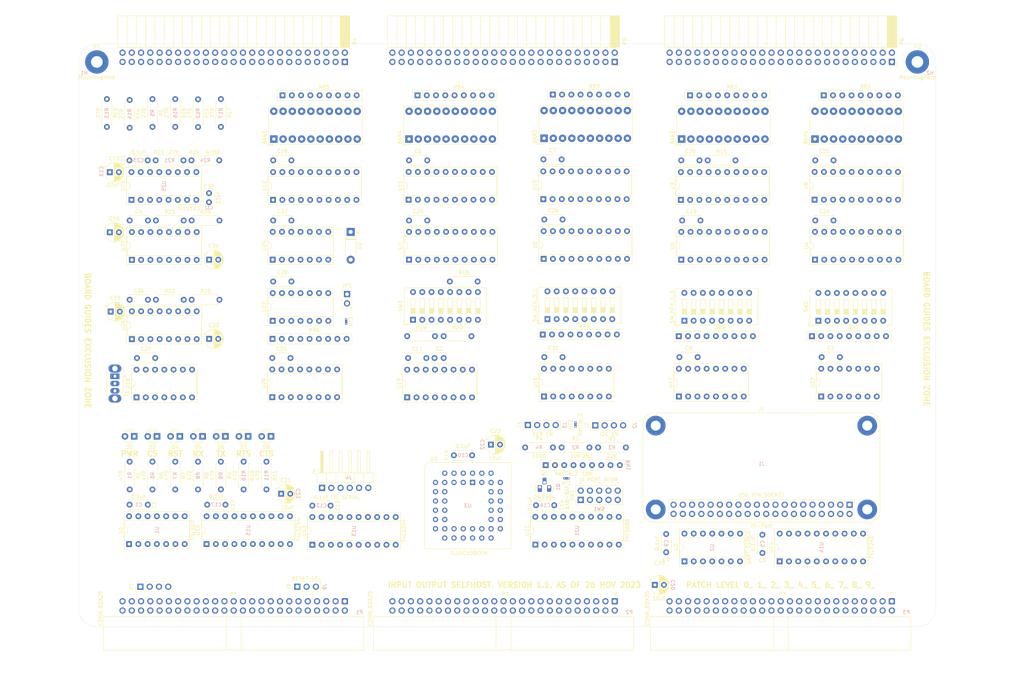
<source format=kicad_pcb>
(kicad_pcb (version 20211014) (generator pcbnew)
  (layers (0 "F.Cu" signal) (31 "B.Cu" signal) (34 "B.Paste" user) (35 "F.Paste" user) (36 "B.SilkS" user "B.Silkscreen") (37 "F.SilkS" user "F.Silkscreen") (38 "B.Mask" user) (39 "F.Mask" user) (44 "Edge.Cuts" user))
  (net 0 "")
  (net 1 "GND")
  (net 2 "VCC")
  (net 4 "I2C_SDA")
  (net 5 "I2C_SCL")
  (net 7 "Net-(RN1-Pad9)")
  (net 8 "Net-(RN1-Pad5)")
  (net 9 "Net-(RN1-Pad4)")
  (net 10 "Net-(RN1-Pad3)")
  (net 11 "Net-(RN1-Pad2)")
  (net 12 "Net-(D1-Pad2)")
  (net 13 "-12V")
  (net 14 "TX-3.3")
  (net 15 "RX-3.3")
  (net 23 "~{M1}")
  (net 24 "~{IORQ}")
  (net 25 "~{WR}")
  (net 26 "~{RD}")
  (net 27 "A0")
  (net 28 "A1")
  (net 29 "A2")
  (net 30 "A3")
  (net 31 "A4")
  (net 32 "A5")
  (net 33 "A6")
  (net 34 "A7")
  (net 35 "+12V")
  (net 36 "D0")
  (net 37 "D1")
  (net 38 "D2")
  (net 39 "D3")
  (net 40 "D4")
  (net 41 "D5")
  (net 42 "D6")
  (net 43 "D7")
  (net 44 "ONE")
  (net 45 "ZERO")
  (net 46 "bD6")
  (net 47 "bD5")
  (net 48 "bD4")
  (net 49 "bD3")
  (net 50 "bD2")
  (net 51 "bD1")
  (net 52 "bD0")
  (net 53 "~{bWR}")
  (net 54 "~{bRD}")
  (net 55 "bA0")
  (net 56 "bD7")
  (net 57 "~{bRESET}")
  (net 58 "~{bM1}")
  (net 59 "bA7")
  (net 60 "bA6")
  (net 61 "bA5")
  (net 62 "bA4")
  (net 63 "~{bIORQ}")
  (net 64 "bA1")
  (net 65 "bA2")
  (net 66 "bA3")
  (net 84 "Net-(BAR1-Pad3)")
  (net 85 "/bus/~{EIRQ7}")
  (net 86 "/bus/~{EIRQ6}")
  (net 87 "/bus/~{EIRQ5}")
  (net 88 "/bus/~{EIRQ4}")
  (net 89 "/bus/~{EIRQ3}")
  (net 90 "/bus/~{EIRQ2}")
  (net 91 "/bus/~{EIRQ1}")
  (net 92 "/bus/~{EIRQ0}")
  (net 93 "/bus/~{TEND1}")
  (net 94 "/bus/~{DREQ1}")
  (net 95 "/bus/~{TEND0}")
  (net 96 "/bus/~{DREQ0}")
  (net 97 "Net-(Q1-Pad2)")
  (net 102 "UART-CLK")
  (net 108 "Net-(U3-Pad10)")
  (net 110 "Net-(D3-Pad1)")
  (net 111 "~{CS-UART}")
  (net 120 "Net-(D3-Pad2)")
  (net 123 "RESET")
  (net 124 "/bus/D15")
  (net 125 "/bus/D31")
  (net 126 "/bus/D14")
  (net 127 "/bus/D30")
  (net 128 "/bus/D13")
  (net 129 "/bus/D29")
  (net 130 "/bus/D12")
  (net 131 "/bus/D28")
  (net 132 "/bus/D11")
  (net 133 "/bus/D27")
  (net 134 "/bus/D10")
  (net 135 "/bus/D26")
  (net 136 "/bus/D9")
  (net 137 "/bus/D25")
  (net 138 "/bus/D8")
  (net 139 "/bus/D24")
  (net 140 "/bus/D23")
  (net 141 "/bus/D22")
  (net 142 "/bus/D21")
  (net 143 "/bus/D20")
  (net 144 "/bus/D19")
  (net 145 "/bus/D18")
  (net 146 "/bus/D17")
  (net 147 "/bus/D16")
  (net 148 "/bus/~{BUSERR}")
  (net 149 "/bus/UDS")
  (net 150 "/bus/~{VPA}")
  (net 151 "/bus/LDS")
  (net 152 "/bus/~{VMA}")
  (net 153 "/bus/S2")
  (net 154 "/bus/~{BHE}")
  (net 155 "/bus/S1")
  (net 156 "/bus/IPL2")
  (net 157 "/bus/S0")
  (net 158 "/bus/IPL1")
  (net 159 "/bus/AUXCLK3")
  (net 160 "/bus/IPL0")
  (net 161 "/bus/AUXCLK2")
  (net 162 "Net-(BAR1-Pad4)")
  (net 163 "/bus/A31")
  (net 164 "Net-(BAR1-Pad5)")
  (net 165 "/bus/A30")
  (net 166 "Net-(BAR1-Pad6)")
  (net 167 "/bus/A29")
  (net 168 "Net-(BAR1-Pad7)")
  (net 169 "/bus/A28")
  (net 170 "Net-(BAR1-Pad8)")
  (net 171 "/bus/A27")
  (net 172 "Net-(BAR1-Pad9)")
  (net 173 "/bus/A26")
  (net 174 "Net-(BAR1-Pad10)")
  (net 175 "/bus/A25")
  (net 176 "Net-(BAR1-Pad11)")
  (net 177 "/bus/A24")
  (net 178 "/bus/A23")
  (net 179 "/bus/A22")
  (net 180 "/bus/A21")
  (net 181 "/bus/A20")
  (net 182 "/bus/A19")
  (net 183 "/bus/A18")
  (net 184 "/bus/A17")
  (net 185 "/bus/A16")
  (net 186 "/bus/IC3")
  (net 187 "/bus/IC2")
  (net 188 "/bus/IC1")
  (net 189 "/bus/IC0")
  (net 190 "/bus/AUXCLK1")
  (net 191 "/bus/AUXCLK0")
  (net 192 "/bus/E")
  (net 193 "/bus/ST")
  (net 194 "/bus/PHI")
  (net 195 "Net-(BAR1-Pad12)")
  (net 196 "/bus/~{INT2}")
  (net 197 "/bus/~{INT1}")
  (net 198 "Net-(BAR1-Pad13)")
  (net 199 "/bus/CRUCLK")
  (net 200 "/bus/CLK")
  (net 201 "/bus/CRUOUT")
  (net 202 "/bus/CRUIN")
  (net 203 "Net-(BAR1-Pad14)")
  (net 204 "~{RES_IN}")
  (net 205 "~{RES_OUT}")
  (net 206 "/bus/USER8")
  (net 207 "Net-(BAR1-Pad15)")
  (net 208 "/bus/USER7")
  (net 209 "/bus/~{WAIT}")
  (net 210 "/bus/USER6")
  (net 211 "Net-(BAR1-Pad16)")
  (net 212 "/bus/USER5")
  (net 213 "Net-(BAR1-Pad17)")
  (net 214 "/bus/USER4")
  (net 215 "/bus/USER3")
  (net 216 "/bus/USER2")
  (net 217 "/bus/USER1")
  (net 218 "/bus/USER0")
  (net 219 "~{BAI}")
  (net 220 "~{BAO}")
  (net 221 "~{IEI}")
  (net 222 "~{IEO}")
  (net 230 "Net-(RN1-Pad6)")
  (net 235 "Net-(J1-Pad3)")
  (net 236 "Net-(J1-Pad5)")
  (net 237 "Net-(J1-Pad8)")
  (net 238 "Net-(J1-Pad10)")
  (net 239 "Net-(D4-Pad1)")
  (net 240 "Net-(D4-Pad2)")
  (net 241 "Net-(D5-Pad1)")
  (net 242 "Net-(D5-Pad2)")
  (net 243 "Net-(D6-Pad1)")
  (net 244 "Net-(D6-Pad2)")
  (net 245 "Net-(D7-Pad1)")
  (net 246 "Net-(D7-Pad2)")
  (net 247 "Net-(D8-Pad1)")
  (net 248 "Net-(D8-Pad2)")
  (net 249 "~{RTS}")
  (net 250 "TX")
  (net 251 "~{CTS}")
  (net 252 "Net-(BAR1-Pad18)")
  (net 253 "Net-(BAR1-Pad19)")
  (net 254 "Net-(BAR1-Pad20)")
  (net 256 "Net-(BAR2-Pad3)")
  (net 257 "Net-(BAR2-Pad4)")
  (net 258 "Net-(BAR2-Pad5)")
  (net 259 "Net-(BAR2-Pad6)")
  (net 260 "Net-(BAR2-Pad7)")
  (net 261 "Net-(BAR2-Pad8)")
  (net 262 "Net-(BAR2-Pad9)")
  (net 263 "Net-(BAR2-Pad10)")
  (net 264 "Net-(BAR2-Pad11)")
  (net 265 "Net-(BAR2-Pad12)")
  (net 266 "Net-(BAR2-Pad13)")
  (net 267 "Net-(BAR2-Pad14)")
  (net 268 "Net-(BAR2-Pad15)")
  (net 269 "Net-(BAR2-Pad16)")
  (net 270 "Net-(BAR2-Pad17)")
  (net 271 "Net-(BAR2-Pad18)")
  (net 273 "Net-(BAR2-Pad20)")
  (net 276 "Net-(U10-Pad18)")
  (net 277 "Net-(U10-Pad16)")
  (net 278 "Net-(U10-Pad14)")
  (net 279 "Net-(U10-Pad12)")
  (net 280 "Net-(U10-Pad9)")
  (net 281 "Net-(U10-Pad7)")
  (net 282 "Net-(U10-Pad5)")
  (net 283 "Net-(U10-Pad3)")
  (net 284 "Net-(BAR3-Pad11)")
  (net 285 "Net-(BAR3-Pad12)")
  (net 286 "Net-(BAR3-Pad13)")
  (net 287 "Net-(BAR3-Pad14)")
  (net 288 "Net-(BAR3-Pad15)")
  (net 289 "Net-(BAR3-Pad16)")
  (net 290 "Net-(BAR3-Pad17)")
  (net 291 "Net-(BAR3-Pad18)")
  (net 294 "Net-(BAR4-Pad3)")
  (net 295 "Net-(BAR4-Pad4)")
  (net 296 "Net-(BAR4-Pad5)")
  (net 297 "Net-(BAR4-Pad6)")
  (net 298 "Net-(BAR4-Pad7)")
  (net 299 "Net-(BAR4-Pad8)")
  (net 300 "Net-(BAR4-Pad9)")
  (net 301 "Net-(BAR4-Pad10)")
  (net 302 "Net-(U11-Pad3)")
  (net 303 "Net-(U11-Pad5)")
  (net 304 "Net-(U11-Pad7)")
  (net 305 "Net-(U11-Pad9)")
  (net 306 "Net-(U11-Pad12)")
  (net 307 "Net-(U11-Pad14)")
  (net 308 "Net-(U11-Pad16)")
  (net 309 "Net-(U11-Pad18)")
  (net 310 "Net-(R12-Pad1)")
  (net 311 "Net-(R5-Pad1)")
  (net 312 "Net-(U12-Pad18)")
  (net 313 "Net-(U12-Pad16)")
  (net 314 "Net-(U12-Pad14)")
  (net 315 "Net-(U12-Pad12)")
  (net 316 "Net-(U12-Pad9)")
  (net 317 "Net-(U12-Pad7)")
  (net 318 "Net-(U12-Pad5)")
  (net 319 "Net-(U12-Pad3)")
  (net 320 "Net-(BAR5-Pad11)")
  (net 321 "Net-(BAR5-Pad12)")
  (net 322 "Net-(BAR5-Pad13)")
  (net 323 "Net-(BAR5-Pad14)")
  (net 324 "Net-(BAR5-Pad15)")
  (net 325 "Net-(BAR5-Pad16)")
  (net 326 "Net-(BAR5-Pad17)")
  (net 327 "Net-(BAR5-Pad18)")
  (net 328 "Net-(R17-Pad2)")
  (net 329 "Net-(R16-Pad2)")
  (net 330 "/BusMonitor/WAIT_LOGIC")
  (net 331 "Net-(C2-Pad2)")
  (net 332 "Net-(U25-Pad15)")
  (net 333 "Net-(U25-Pad14)")
  (net 334 "Net-(C15-Pad1)")
  (net 335 "Net-(C15-Pad2)")
  (net 336 "Net-(C16-Pad1)")
  (net 337 "Net-(C16-Pad2)")
  (net 338 "Net-(C32-Pad1)")
  (net 339 "Net-(C32-Pad2)")
  (net 340 "Net-(C33-Pad1)")
  (net 341 "Net-(C33-Pad2)")
  (net 342 "Net-(R26-Pad1)")
  (net 343 "Net-(U27-Pad6)")
  (net 344 "/BusMonitor/FF_2_OUT")
  (net 345 "~{WAIT}")
  (net 346 "/BusMonitor/LED_LATCH")
  (net 347 "/BusMonitor/WAIT_ACTIVE")
  (net 348 "/BusMonitor/FF_1_OUT")
  (net 349 "~{MREQ}")
  (net 350 "~{BUSACK}")
  (net 351 "~{INT0}")
  (net 352 "~{NMI}")
  (net 353 "~{BUSRQ}")
  (net 354 "~{HALT}")
  (net 355 "~{RFSH}")
  (net 356 "A15")
  (net 357 "A14")
  (net 358 "A13")
  (net 359 "A12")
  (net 360 "A11")
  (net 361 "A10")
  (net 362 "A9")
  (net 363 "A8")
  (net 364 "/BusMonitor/MAS_RESET")
  (net 365 "/BusMonitor/IN_=")
  (net 366 "/BusMonitor/FF_3_OUT")
  (net 367 "/BusMonitor/FF_4_OUT")
  (net 370 "/BusMonitor/S2_1")
  (net 371 "/BusMonitor/S2_2")
  (net 372 "/BusMonitor/S2_3")
  (net 373 "/BusMonitor/S2_4")
  (net 374 "/BusMonitor/S2_5")
  (net 375 "/BusMonitor/S2_6")
  (net 376 "/BusMonitor/S2_7")
  (net 377 "/BusMonitor/S2_8")
  (net 378 "/BusMonitor/H_A7")
  (net 379 "/BusMonitor/H_A6")
  (net 380 "/BusMonitor/H_A5")
  (net 381 "/BusMonitor/H_A4")
  (net 382 "/BusMonitor/H_A3")
  (net 383 "/BusMonitor/H_A2")
  (net 384 "/BusMonitor/H_A1")
  (net 385 "/BusMonitor/H_A0")
  (net 386 "/BusMonitor/H_A15")
  (net 387 "/BusMonitor/H_A14")
  (net 388 "/BusMonitor/H_A13")
  (net 389 "/BusMonitor/H_A12")
  (net 390 "/BusMonitor/H_A11")
  (net 391 "/BusMonitor/H_A10")
  (net 392 "/BusMonitor/H_A9")
  (net 393 "/BusMonitor/H_A8")
  (net 394 "/BusMonitor/H4_OUT_=")
  (net 395 "/BusMonitor/H3_OUT_=")
  (net 396 "/BusMonitor/H2_OUT_=")
  (net 397 "/BusMonitor/H1_OUT_=")
  (net 402 "Net-(SW3-Pad3)")
  (net 403 "Net-(SW3-Pad4)")
  (net 404 "Net-(SW3-Pad5)")
  (net 405 "Net-(SW3-Pad6)")
  (net 406 "Net-(SW3-Pad7)")
  (net 407 "Net-(SW3-Pad8)")
  (net 409 "Net-(U8-Pad2)")
  (net 410 "Net-(U8-Pad4)")
  (net 411 "Net-(U8-Pad6)")
  (net 412 "Net-(U8-Pad8)")
  (net 413 "Net-(U8-Pad11)")
  (net 414 "Net-(U8-Pad13)")
  (net 415 "Net-(U8-Pad15)")
  (net 416 "Net-(U8-Pad17)")
  (net 417 "Net-(U9-Pad2)")
  (net 418 "Net-(U9-Pad4)")
  (net 419 "Net-(U9-Pad6)")
  (net 420 "Net-(U9-Pad8)")
  (net 421 "Net-(U9-Pad11)")
  (net 422 "Net-(U9-Pad13)")
  (net 423 "Net-(U9-Pad15)")
  (net 424 "Net-(U9-Pad17)")
  (net 425 "Net-(U10-Pad2)")
  (net 426 "Net-(U10-Pad4)")
  (net 427 "Net-(U10-Pad6)")
  (net 428 "Net-(U10-Pad8)")
  (net 429 "Net-(U10-Pad11)")
  (net 430 "Net-(U10-Pad13)")
  (net 431 "Net-(U10-Pad15)")
  (net 432 "Net-(U10-Pad17)")
  (net 433 "Net-(U11-Pad2)")
  (net 434 "Net-(U11-Pad4)")
  (net 435 "Net-(U11-Pad6)")
  (net 436 "Net-(U11-Pad8)")
  (net 437 "Net-(U11-Pad11)")
  (net 438 "Net-(U11-Pad13)")
  (net 439 "Net-(U11-Pad15)")
  (net 440 "Net-(U11-Pad17)")
  (net 441 "/BusMonitor/H4_LED")
  (net 442 "/BusMonitor/H3_LED")
  (net 443 "/BusMonitor/H2_LED")
  (net 444 "/BusMonitor/H1_LED")
  (net 445 "/BusMonitor/DATA_OVER")
  (net 454 "Net-(U22-Pad3)")
  (net 455 "/BusMonitor/WAIT_FF")
  (net 456 "Net-(U22-Pad6)")
  (net 457 "Net-(U22-Pad8)")
  (net 458 "Net-(U22-Pad11)")
  (net 459 "Net-(U23-Pad8)")
  (net 466 "~{RESET}")
  (footprint "MountingHole:MountingHole_3.2mm_M3_Pad" (layer "F.Cu") (at 265 75)
    (fp_text reference "H2")
    (fp_text value "MountingHole")
  )
  (footprint "MountingHole:MountingHole_3.2mm_M3_Pad" (layer "F.Cu") (at 40 75)
    (fp_text reference "H1")
    (fp_text value "MountingHole")
  )
  (footprint "Connector_IDC:IDC-Header_2x25_P2.54mm_Horizontal" (layer "F.Cu") (at 182 223 -90)
    (fp_text reference "P2")
    (fp_text value "CONN_02X25")
  )
  (footprint "Connector_IDC:IDC-Header_2x25_P2.54mm_Horizontal" (layer "F.Cu") (at 258 223 -90)
    (fp_text reference "P3")
    (fp_text value "CONN_02X25")
  )
  (footprint "Connector_IDC:IDC-Header_2x25_P2.54mm_Horizontal" (layer "F.Cu") (at 108 223 -90)
    (fp_text reference "P1")
    (fp_text value "CONN_02X25")
  )
  (footprint "Resistor_THT:R_Axial_DIN0207_L6.3mm_D2.5mm_P7.62mm_Horizontal" (layer "F.Cu") (at 61.5 184.69 -90)
    (fp_text reference "R7")
    (fp_text value "470")
  )
  (footprint "Resistor_THT:R_Axial_DIN0207_L6.3mm_D2.5mm_P7.62mm_Horizontal" (layer "F.Cu") (at 136.79 135.25)
    (fp_text reference "R18")
    (fp_text value "330")
  )
  (footprint "Button_Switch_THT:SW_DIP_SPSTx08_Slide_9.78x22.5mm_W7.62mm_P2.54mm" (layer "F.Cu") (at 126.7 145.7675 90)
    (fp_text reference "SW3")
    (fp_text value "DIPS_08")
  )
  (footprint "Capacitor_THT:C_Disc_D5.0mm_W2.5mm_P5.00mm" (layer "F.Cu") (at 125.6 118.5)
    (fp_text reference "C29")
    (fp_text value "0.1uF")
  )
  (footprint "LED_THT:LED_D3.0mm" (layer "F.Cu") (at 75.25 177.75 180)
    (fp_text reference "D6")
    (fp_text value "LED")
  )
  (footprint "Display:HDSP-48xx" (layer "F.Cu") (at 125.6 96.155 90)
    (fp_text reference "BAR4")
    (fp_text value "CONTROL")
  )
  (footprint "Pi-Port:Pi-Port" (layer "F.Cu") (at 222.25 197.8 180)
    (fp_text reference "J1")
    (fp_text value "Pi-Port")
  )
  (footprint "Capacitor_THT:CP_Radial_D5.0mm_P2.50mm" (layer "F.Cu") (at 43.794888 143.5)
    (fp_text reference "C15")
    (fp_text value "22uF")
  )
  (footprint "Capacitor_THT:C_Disc_D5.0mm_W2.5mm_P5.00mm" (layer "F.Cu") (at 49 140.25)
    (fp_text reference "C36")
    (fp_text value "0.1uF")
  )
  (footprint "Resistor_THT:R_Axial_DIN0207_L6.3mm_D2.5mm_P7.62mm_Horizontal" (layer "F.Cu") (at 167.44 180.79)
    (fp_text reference "R2")
    (fp_text value "10K")
  )
  (footprint "Package_DIP:DIP-20_W7.62mm_Socket" (layer "F.Cu") (at 125.6 129.25 90)
    (fp_text reference "U7")
    (fp_text value "74LS273")
  )
  (footprint "Capacitor_THT:CP_Radial_D5.0mm_P2.50mm" (layer "F.Cu") (at 148.044888 180)
    (fp_text reference "C22")
    (fp_text value "10uF")
  )
  (footprint "Capacitor_THT:C_Disc_D5.0mm_W2.5mm_P5.00mm" (layer "F.Cu") (at 142.9 182.94 180)
    (fp_text reference "C10")
    (fp_text value "0.1uF")
  )
  (footprint "Capacitor_THT:CP_Radial_D5.0mm_P2.50mm" (layer "F.Cu") (at 70.794888 129.25)
    (fp_text reference "C34")
    (fp_text value "22uF")
  )
  (footprint "Connector_PinHeader_2.54mm:PinHeader_1x04_P2.54mm_Vertical" (layer "F.Cu") (at 176.7 174.72 90)
    (fp_text reference "J2")
    (fp_text value "I2C EN")
  )
  (footprint "Package_DIP:DIP-14_W7.62mm_Socket" (layer "F.Cu") (at 88.225 129.25 90)
    (fp_text reference "U24")
    (fp_text value "74LS07N")
  )
  (footprint "LED_THT:LED_D3.0mm" (layer "F.Cu") (at 50.25 177.75 180)
    (fp_text reference "D1")
    (fp_text value "LED")
  )
  (footprint "Capacitor_THT:C_Disc_D5.0mm_W2.5mm_P5.00mm" (layer "F.Cu") (at 160.425 196.65)
    (fp_text reference "C14")
    (fp_text value "0.1uF")
  )
  (footprint "Capacitor_THT:C_Disc_D5.0mm_W2.5mm_P5.00mm" (layer "F.Cu") (at 162.45 101.75)
    (fp_text reference "C7")
    (fp_text value "0.1uF")
  )
  (footprint "Resistor_THT:R_Axial_DIN0207_L6.3mm_D2.5mm_P7.62mm_Horizontal" (layer "F.Cu") (at 66 140.25)
    (fp_text reference "R25")
    (fp_text value "27K")
  )
  (footprint "Capacitor_THT:CP_Radial_D5.0mm_P2.50mm" (layer "F.Cu") (at 193 218.5)
    (fp_text reference "C20")
    (fp_text value "10uF")
  )
  (footprint "Resistor_THT:R_Array_SIP9" (layer "F.Cu") (at 199.575 150.25)
    (fp_text reference "RR8")
    (fp_text value "1000")
  )
  (footprint "Package_DIP:DIP-16_W7.62mm_Socket" (layer "F.Cu") (at 88.1 167 90)
    (fp_text reference "U20")
    (fp_text value "74LS85")
  )
  (footprint "Package_DIP:DIP-14_W7.62mm_Socket" (layer "F.Cu") (at 238.625 166.8 90)
    (fp_text reference "U23")
    (fp_text value "74LS30")
  )
  (footprint "NetTie:NetTie-2_THT_Pad0.3mm" (layer "F.Cu") (at 108.35 145.65 -90)
    (fp_text reference "NT3")
    (fp_text value "NetTie_2")
  )
  (footprint "Package_DIP:DIP-20_W7.62mm_Socket" (layer "F.Cu") (at 160.25 207.45 90)
    (fp_text reference "U21")
    (fp_text value "74LS688")
  )
  (footprint "Package_DIP:DIP-20_W7.62mm_Socket" (layer "F.Cu") (at 236.9275 129.25 90)
    (fp_text reference "U4")
    (fp_text value "74LS273")
  )
  (footprint "Capacitor_THT:C_Disc_D5.0mm_W2.5mm_P5.00mm" (layer "F.Cu") (at 238.75 156)
    (fp_text reference "C3")
    (fp_text value "0.1uF")
  )
  (footprint "Resistor_THT:R_Axial_DIN0207_L6.3mm_D2.5mm_P7.62mm_Horizontal" (layer "F.Cu") (at 65.94 102)
    (fp_text reference "R24")
    (fp_text value "4700")
  )
  (footprint "Capacitor_THT:C_Disc_D5.0mm_W2.5mm_P5.00mm" (layer "F.Cu") (at 196.125 204.55 -90)
    (fp_text reference "C9")
    (fp_text value "0.1uF")
  )
  (footprint "Connector_PinSocket_2.54mm:PinSocket_2x25_P2.54mm_Horizontal" (layer "F.Cu") (at 182 75 -90)
    (fp_text reference "P5")
    (fp_text value "CONN_02X25")
  )
  (footprint "Button_Switch_THT:SW_DIP_SPSTx08_Slide_9.78x22.5mm_W7.62mm_P2.54mm" (layer "F.Cu") (at 237.85 146.0175 90)
    (fp_text reference "SW2")
    (fp_text value "DIPS_08")
  )
  (footprint "Capacitor_THT:C_Disc_D5.0mm_W2.5mm_P5.00mm" (layer "F.Cu") (at 88.35 118.5)
    (fp_text reference "C37")
    (fp_text value "0.1uF")
  )
  (footprint "Connector_PinHeader_2.54mm:PinHeader_1x03_P2.54mm_Vertical" (layer "F.Cu") (at 94.975 219 90)
    (fp_text reference "J9")
    (fp_text value "RESET SEL")
  )
  (footprint "Resistor_THT:R_Axial_DIN0207_L6.3mm_D2.5mm_P7.62mm_Horizontal" (layer "F.Cu") (at 49 184.69 -90)
    (fp_text reference "R1")
    (fp_text value "470")
  )
  (footprint "Package_DIP:DIP-16_W7.62mm_Socket" (layer "F.Cu") (at 162.6 166.8 90)
    (fp_text reference "U18")
    (fp_text value "74LS85")
  )
  (footprint "Package_DIP:DIP-20_W7.62mm_Socket" (layer "F.Cu") (at 88.3225 112.85 90)
    (fp_text reference "U12")
    (fp_text value "74LS241")
  )
  (footprint "Package_DIP:DIP-20_W7.62mm_Socket" (layer "F.Cu") (at 162.4225 112.65 90)
    (fp_text reference "U10")
    (fp_text value "74LS241")
  )
  (footprint "Capacitor_THT:C_Disc_D5.0mm_W2.5mm_P5.00mm" (layer "F.Cu") (at 200.5 118.5)
    (fp_text reference "C19")
    (fp_text value "0.1uF")
  )
  (footprint "Resistor_THT:R_Axial_DIN0207_L6.3mm_D2.5mm_P7.62mm_Horizontal" (layer "F.Cu") (at 125.1 150.25)
    (fp_text reference "R19")
    (fp_text value "10K")
  )
  (footprint "Capacitor_THT:C_Disc_D5.0mm_W2.5mm_P5.00mm" (layer "F.Cu") (at 125.6 102)
    (fp_text reference "C6")
    (fp_text value "0.1uF")
  )
  (footprint "Package_DIP:DIP-20_W7.62mm_Socket" (layer "F.Cu") (at 227.25 212.05 90)
    (fp_text reference "U14")
    (fp_text value "74LS245")
  )
  (footprint "Resistor_THT:R_Array_SIP9" (layer "F.Cu") (at 162.275 149.8)
    (fp_text reference "RR9")
    (fp_text value "1000")
  )
  (footprint "Connector_PinHeader_2.54mm:PinHeader_1x04_P2.54mm_Vertical" (layer "F.Cu") (at 51.95 219 90)
    (fp_text reference "P7")
    (fp_text value "BYPASS")
  )
  (footprint "Button_Switch_THT:SW_DIP_SPSTx08_Slide_9.78x22.5mm_W7.62mm_P2.54mm" (layer "F.Cu") (at 163.55 145.5675 90)
    (fp_text reference "SW_HEX_3_1")
    (fp_text value "DIPS_08")
  )
  (footprint "Diode_THT:D_DO-41_SOD81_P7.62mm_Horizontal" (layer "F.Cu") (at 109.6 121.64 -90)
    (fp_text reference "D2")
    (fp_text value "GERMANIUM DIODE")
  )
  (footprint "Resistor_THT:R_Array_SIP9" (layer "F.Cu") (at 202.675 84.155)
    (fp_text reference "RR2")
    (fp_text value "270")
  )
  (footprint "Capacitor_THT:C_Disc_D5.0mm_W2.5mm_P5.00mm" (layer "F.Cu") (at 88.35 102)
    (fp_text reference "C18")
    (fp_text value "0.1uF")
  )
  (footprint "Resistor_THT:R_Axial_DIN0207_L6.3mm_D2.5mm_P7.62mm_Horizontal" (layer "F.Cu") (at 157.44 180.79)
    (fp_text reference "R4")
    (fp_text value "1000")
  )
  (footprint "Display:HDSP-48xx" (layer "F.Cu") (at 236.9275 96.155 90)
    (fp_text reference "BAR1")
    (fp_text value "DATA D7-D0")
  )
  (footprint "Capacitor_THT:CP_Radial_D5.0mm_P2.50mm" (layer "F.Cu") (at 43.544888 121.75)
    (fp_text reference "C16")
    (fp_text value "22uF")
  )
  (footprint "Package_DIP:DIP-14_W7.62mm_Socket" (layer "F.Cu") (at 88.225 146.05 90)
    (fp_text reference "U22")
    (fp_text value "74LS00")
  )
  (footprint "Capacitor_THT:C_Disc_D5.0mm_W2.5mm_P5.00mm" (layer "F.Cu") (at 88.35 135.25)
    (fp_text reference "C28")
    (fp_text value "0.1uF")
  )
  (footprint "Resistor_THT:R_Axial_DIN0207_L6.3mm_D2.5mm_P7.62mm_Horizontal" (layer "F.Cu") (at 56.13 102)
    (fp_text reference "R21")
    (fp_text value "27K")
  )
  (footprint "Resistor_THT:R_Axial_DIN0207_L6.3mm_D2.5mm_P7.62mm_Horizontal" (layer "F.Cu") (at 49 85.44 -90)
    (fp_text reference "R14")
    (fp_text value "270")
  )
  (footprint "Capacitor_THT:C_Disc_D5.0mm_W2.5mm_P5.00mm" (layer "F.Cu") (at 162.7 118.25)
    (fp_text reference "C26")
    (fp_text value "0.1uF")
  )
  (footprint "Capacitor_THT:CP_Radial_D5.0mm_P2.50mm" (layer "F.Cu") (at 90.544888 193.5)
    (fp_text reference "C21")
    (fp_text value "10uF")
  )
  (footprint "Capacitor_THT:C_Disc_D5.0mm_W2.5mm_P5.00mm" (layer "F.Cu") (at 99.089776 196.75)
    (fp_text reference "C12")
    (fp_text value "0.1uF")
  )
  (footprint "Resistor_THT:R_Array_SIP9" (layer "F.Cu") (at 239.325 84.155)
    (fp_text reference "RR1")
    (fp_text value "270")
  )
  (footprint "Resistor_THT:R_Array_SIP9" (layer "F.Cu") (at 127.925 84.155)
    (fp_text reference "RR4")
    (fp_text value "270")
  )
  (footprint "NetTie:NetTie-2_THT_Pad0.3mm" (layer "F.Cu") (at 169.35 189.25 180)
    (fp_text reference "NT1")
    (fp_text value "NetTie_2")
  )
  (footprint "Resistor_THT:R_Axial_DIN0207_L6.3mm_D2.5mm_P7.62mm_Horizontal" (layer "F.Cu") (at 74 85.19 -90)
    (fp_text reference "R17")
    (fp_text value "270")
  )
  (footprint "Package_DIP:DIP-20_W7.62mm_Socket" (layer "F.Cu") (at 162.525 129.05 90)
    (fp_text reference "U6")
    (fp_text value "74LS273")
  )
  (footprint "Resistor_THT:R_Axial_DIN0207_L6.3mm_D2.5mm_P7.62mm_Horizontal" (layer "F.Cu") (at 74 184.69 -90)
    (fp_text reference "R9")
    (fp_text value "470")
  )
  (footprint "Capacitor_THT:C_Disc_D5.0mm_W2.5mm_P5.00mm" (layer "F.Cu") (at 88.1 156.25)
    (fp_text reference "C35")
    (fp_text value "0.1uF")
  )
  (footprint "Connector_PinSocket_2.54mm:PinSocket_2x25_P2.54mm_Horizontal" (layer "F.Cu") (at 108 75 -90)
    (fp_text reference "P4")
    (fp_text value "CONN_02X25")
  )
  (footprint "Resistor_THT:R_Axial_DIN0207_L6.3mm_D2.5mm_P7.62mm_Horizontal" (layer "F.Cu") (at 207.5 102)
    (fp_text reference "R15")
    (fp_text value "270")
  )
  (footprint "Resistor_THT:R_Array_SIP9" (layer "F.Cu") (at 165.025 83.955)
    (fp_text reference "RR3")
    (fp_text value "270")
  )
  (footprint "Resistor_THT:R_Axial_DIN0207_L6.3mm_D2.5mm_P7.62mm_Horizontal" (layer "F.Cu") (at 177.44 180.79)
    (fp_text reference "R3")
    (fp_text value "22K")
  )
  (footprint "Capacitor_THT:CP_Radial_D5.0mm_P2.50mm" (layer "F.Cu") (at 43.544888 105.25)
    (fp_text reference "C13")
    (fp_text value "22uF")
  )
  (footprint "Connector_PinHeader_2.54mm:PinHeader_1x02_P2.54mm_Vertical" (layer "F.Cu") (at 108.6 138.725)
    (fp_text reference "JP1")
    (fp_text value "LED LTC")
  )
  (footprint "Connector_PinHeader_2.54mm:PinHeader_2x05_P2.54mm_Vertical" (layer "F.Cu") (at 172.675 195.175 90)
    (fp_text reference "SW1")
    (fp_text value "IO PORT ADDR")
  )
  (footprint "Capacitor_THT:C_Disc_D5.0mm_W2.5mm_P5.00mm" (layer "F.Cu") (at 48.964776 196.5)
    (fp_text reference "C1")
    (fp_text value "0.1uF")
  )
  (footprint "LED_THT:LED_D3.0mm" (layer "F.Cu") (at 69 177.75 180)
    (fp_text reference "D5")
    (fp_text value "LED")
  )
  (footprint "Resistor_THT:R_Axial_DIN0207_L6.3mm_D2.5mm_P7.62mm_Horizontal" (layer "F.Cu") (at 56.19 118.5)
    (fp_text reference "R23")
    (fp_text value "27K")
  )
  (footprint "Display:HDSP-48xx" (layer "F.Cu") (at 200.35 96.155 90)
    (fp_text reference "BAR2")
    (fp_text value "ADDRESS A7-A0")
  )
  (footprint "Capacitor_THT:C_Disc_D5.0mm_W2.5mm_P5.00mm" (layer "F.Cu") (at 237 102)
    (fp_text reference "C25")
    (fp_text value "0.1uF")
  )
  (footprint "Resistor_THT:R_Axial_DIN0207_L6.3mm_D2.5mm_P7.62mm_Horizontal" (layer "F.Cu") (at 135.1 150.25)
    (fp_text reference "R20")
    (fp_text value "10K")
  )
  (footprint "Button_Switch_THT:SW_DIP_SPSTx08_Slide_9.78x22.5mm_W7.62mm_P2.54mm" (layer "F.Cu") (at 201.1 146 90)
    (fp_text reference "SW_HEX_1_1")
    (fp_text value "DIPS_08")
  )
  (footprint "Capacitor_THT:C_Disc_D5.0mm_W2.5mm_P5.00mm" (layer "F.Cu") (at 49 118.5)
    (fp_text reference "C4")
    (fp_text value "0.1uF")
  )
  (footprint "Capacitor_THT:C_Disc_D3.8mm_W2.6mm_P2.50mm" (layer "F.Cu") (at 132.6 156.25)
    (fp_text reference "C2")
    (fp_text value "220-560pF")
  )
  (footprint "Package_DIP:DIP-20_W7.62mm_Socket" (layer "F.Cu") (at 200.2475 129.25 90)
    (fp_text reference "U5")
    (fp_text value "74LS273")
  )
  (footprint "Resistor_THT:R_Axial_DIN0207_L6.3mm_D2.5mm_P7.62mm_Horizontal" (layer "F.Cu") (at 42.75 85.19 -90)
    (fp_text reference "R13")
    (fp_text value "270")
  )
  (footprint "LED_THT:LED_D3.0mm" (layer "F.Cu") (at 56.5 177.75 180)
    (fp_text reference "D3")
    (fp_text value "LED")
  )
  (footprint "Package_DIP:DIP-14_W7.62mm_Socket" (layer "F.Cu") (at 50.875 167.05 90)
    (fp_text reference "U16")
    (fp_text value "74LS05")
  )
  (footprint "Package_DIP:DIP-14_W7.62mm_Socket" (layer "F.Cu") (at 48.839776 207.3 90)
    (fp_text reference "U1")
    (fp_text value "74LS07")
  )
  (footprint "Resistor_THT:R_Axial_DIN0207_L6.3mm_D2.5mm_P7.62mm_Horizontal" (layer "F.Cu") (at 56.19 140.25)
    (fp_text reference "R22")
    (fp_text value "27K")
  )
  (footprint "Package_DIP:DIP-16_W7.62mm_Socket" (layer "F.Cu") (at 125.1 167.05 90)
    (fp_text reference "U19")
    (fp_text value "74LS85")
  )
  (footprint "Resistor_THT:R_Axial_DIN0207_L6.3mm_D2.5mm_P7.62mm_Horizontal" (layer "F.Cu") (at 61.5 85.19 -90)
    (fp_text reference "R16")
    (fp_text value "270")
  )
  (footprint "Resistor_THT:R_Array_SIP9" (layer "F.Cu") (at 88.175 151)
    (fp_text reference "RR6")
    (fp_text value "2200")
  )
  (footprint "Capacitor_THT:C_Disc_D5.0mm_W2.5mm_P5.00mm" (layer "F.Cu") (at 125.35 156.25)
    (fp_text reference "C11")
    (fp_text value "0.1uF")
  )
  (footprint "Capacitor_THT:CP_Radial_D5.0mm_P2.50mm" (layer "F.Cu") (at 70.794888 151)
    (fp_text reference "C33")
    (fp_text value "22uF")
  )
  (footprint "Capacitor_THT:C_Disc_D5.0mm_W2.5mm_P5.00mm" (layer "F.Cu") (at 70.264776 196.5)
    (fp_text reference "C17")
    (fp_text value "0.1uF")
  )
  (footprint "Capacitor_THT:C_Disc_D5.0mm_W2.5mm_P5.00mm" (layer "F.Cu") (at 48.94 102)
    (fp_text reference "C23")
    (fp_text value "0.1uF")
  )
  (footprint "NetTie:NetTie-2_THT_Pad0.3mm" (layer "F.Cu") (at 171.25 175.1 90)
    (fp_text reference "NT2")
    (fp_text value "NetTie_2")
  )
  (footprint "Package_DIP:DIP-14_W7.62mm_Socket" (layer "F.Cu") (at 201.125 212.05 90)
    (fp_text reference "U2")
    (fp_text value "UART CLOCK")
  )
  (footprint "Package_DIP:DIP-20_W7.62mm_Socket" (layer "F.Cu") (at 99.089776 207.5 90)
    (fp_text reference "U13")
    (fp_text value "74LS244")
  )
  (footprint "Resistor_THT:R_Axial_DIN0207_L6.3mm_D2.5mm_P7.62mm_Horizontal" (layer "F.Cu") (at 66 118.5)
    (fp_text reference "R26")
    (fp_text value "27K")
  )
  (footprint "Capacitor_THT:C_Disc_D5.0mm_W2.5mm_P5.00mm" (layer "F.Cu") (at 237 118.5)
    (fp_text reference "C24")
    (fp_text value "0.1uF")
  )
  (footprint "Capacitor_THT:C_Disc_D3.8mm_W2.6mm_P2.50mm" (layer "F.Cu") (at 70.75 113.5 90)
    (fp_text reference "C32")
    (fp_text value "33pF")
  )
  (footprint "Capacitor_THT:C_Disc_D5.0mm_W2.5mm_P5.00mm" (layer "F.Cu") (at 200.25 102)
    (fp_text reference "C30")
    (fp_text value "0.1uF")
  )
  (footprint "Resistor_THT:R_Axial_DIN0207_L6.3mm_D2.5mm_P7.62mm_Horizontal" (layer "F.Cu") (at 55.25 85.19 -90)
    (fp_text reference "R5")
    (fp_text value "270")
  )
  (footprint "Resistor_THT:R_Axial_DIN0207_L6.3mm_D2.5mm_P7.62mm_Horizontal" (layer "F.Cu") (at 67.75 184.69 -90)
    (fp_text reference "R8")
    (fp_text value "470")
  )
  (footprint "Connector_PinHeader_2.54mm:PinHeader_1x04_P2.54mm_Vertical" (layer "F.Cu") (at 158.2 174.65 90)
    (fp_text reference "J3")
    (fp_text value "SER EN")
  )
  (footprint "LED_THT:LED_D3.0mm" (layer "F.Cu") (at 87.75 177.75 180)
    (fp_text reference "D8")
    (fp_text value "LED")
  )
  (footprint "Resistor_THT:R_Axial_DIN0207_L6.3mm_D2.5mm_P7.62mm_Horizontal" (layer "F.Cu") (at 86.5 184.69 -90)
    (fp_text reference "R11")
    (fp_text value "470")
  )
  (footprint "Package_DIP:DIP-20_W7.62mm_Socket" (layer "F.Cu") (at 200.145 112.85 90)
    (fp_text reference "U9")
    (fp_text value "74LS241")
  )
  (footprint "Resistor_THT:R_Array_SIP9" (layer "F.Cu") (at 236.075 150.25)
    (fp_text reference "RR7")
    (fp_text value "4700")
  )
  (footprint "Package_DIP:DIP-16_W7.62mm_Socket" (layer "F.Cu") (at 49.6 129.3 90)
    (fp_text reference "U27")
    (fp_text value "74LS123")
  )
  (footprint "LED_THT:LED_D3.0mm" (layer "F.Cu") (at 81.5 177.75 180)
    (fp_text reference "D7")
    (fp_text value "LED")
  )
  (footprint "Package_DIP:DIP-20_W7.62mm_Socket" (layer "F.Cu") (at 236.825 112.8 90)
    (fp_text reference "U8")
    (fp_text value "74LS241")
  )
  (footprint "Package_DIP:DIP-20_W7.62mm_Socket" (layer "F.Cu") (at 70.089776 207.3 90)
    (fp_text reference "U15")
    (fp_text value "74LS244")
  )
  (footprint "Capacitor_THT:C_Disc_D5.0mm_W2.5mm_P5.00mm" (layer "F.Cu") (at 222.5 204.75 -90)
    (fp_text reference "C5")
    (fp_text value "0.1uF")
  )
  (footprint "Package_DIP:DIP-20_W7.62mm_Socket" (layer "F.Cu") (at 125.4975 112.8 90)
    (fp_text reference "U11")
    (fp_text value "74LS241")
  )
  (footprint "Capacitor_THT:C_Disc_D5.0mm_W2.5mm_P5.00mm" (layer "F.Cu") (at 162.7 156)
    (fp_text reference "C31")
    (fp_text value "0.1uF")
  )
  (footprint "Connector_PinHeader_2.54mm:PinHeader_1x06_P2.54mm_Horizontal" (layer "F.Cu") (at 101.739776 191.875 90)
    (fp_text reference "J4")
    (fp_text value "TTL SERIAL")
  )
  (footprint "Display:HDSP-48xx" (layer "F.Cu") (at 162.6275 95.955 90)
    (fp_text reference "BAR3")
    (fp_text value "ADDRESS A15-A8")
  )
  (footprint "Package_LCC:PLCC-44_THT-Socket" (layer "F.Cu") (at 143.02 190.4)
    (fp_text reference "U3")
    (fp_text value "TL16C550CFN")
  )
  (footprint "Resistor_THT:R_Axial_DIN0207_L6.3mm_D2.5mm_P7.62mm_Horizontal" (layer "F.Cu") (at 67.75 85.25 -90)
    (fp_text reference "R12")
    (fp_text value "270")
  )
  (footprint "LED_THT:LED_D3.0mm" (layer "F.Cu") (at 62.75 177.75 180)
    (fp_text reference "D4")
    (fp_text value "LED")
  )
  (footprint "Resistor_THT:R_Axial_DIN0207_L6.3mm_D2.5mm_P7.62mm_Horizontal" (layer "F.Cu") (at 55.25 184.69 -90)
    (fp_text reference "R6")
    (fp_text value "470")
  )
  (footprint "Button_Switch_THT:SW_Slide_1P2T_CK_OS102011MS2Q" (layer "F.Cu") (at 44.9525 161.25 -90)
    (fp_text reference "T1")
    (fp_text value "Digi-Key")
  )
  (footprint "Display:HDSP-48xx" (layer "F.Cu") (at 88.5275 96.155 90)
    (fp_text reference "BAR5")
    (fp_text value "STATUS")
  )
  (footprint "Package_DIP:DIP-16_W7.62mm_Socket" (layer "F.Cu") (at 49.4975 112.85 90)
    (fp_text reference "U25")
    (fp_text value "74LS123")
  )
  (footprint "Connector_PinSocket_2.54mm:PinSocket_2x25_P2.54mm_Horizontal" (layer "F.Cu") (at 258.02 75 -90)
    (fp_text reference "P6")
    (fp_text value "CONN_02X25")
  )
  (footprint "Resistor_THT:R_Array_SIP9" (layer "F.Cu") (at 163.075 185.65)
    (fp_text reference "RN1")
    (fp_text value "10K")
  )
  (footprint "Capacitor_THT:C_Disc_D5.0mm_W2.5mm_P5.00mm" (layer "F.Cu") (at 51 156.25)
    (fp_text reference "C27")
    (fp_text value "0.1uF")
  )
  (footprint "Resistor_THT:R_Axial_DIN0207_L6.3mm_D2.5mm_P7.62mm_Horizontal" (layer "F.Cu") (at 80.25 184.69 -90)
    (fp_text reference "R10")
    (fp_text value "470")
  )
  (footprint "Package_TO_SOT_THT:TO-92_HandSolder" (layer "F.Cu") (at 161.48 191.67)
    (fp_text reference "Q1")
    (fp_text value "2N3904")
  )
  (footprint "Capacitor_THT:C_Disc_D5.0mm_W2.5mm_P5.00mm" (layer "F.Cu") (at 199.75 156)
    (fp_text reference "C8")
    (fp_text value "0.1uF")
  )
  (footprint "Package_DIP:DIP-16_W7.62mm_Socket" (layer "F.Cu") (at 199.6 166.8 90)
    (fp_text reference "U17")
    (fp_text value "74LS85")
  )
  (footprint "Package_DIP:DIP-16_W7.62mm_Socket" (layer "F.Cu") (at 49.6 151.05 90)
    (fp_text reference "U26")
    (fp_text value "74LS123")
  )
  (footprint "Resistor_THT:R_Array_SIP9" (layer "F.Cu") (at 90.925 84.155)
    (fp_text reference "RR5")
    (fp_text value "270")
  )
  (gr_line (start 35 75) (end 35 225) (layer "Edge.Cuts") (width 0.05))
  (gr_line (start 40 230) (end 265 230) (layer "Edge.Cuts") (width 0.05))
  (gr_line (start 270 225) (end 270 75) (layer "Edge.Cuts") (width 0.05))
  (gr_line (start 265 70) (end 40 70) (layer "Edge.Cuts") (width 0.05))
  (gr_arc (start 265 70) (mid 268.535534 71.464466) (end 270 75) (layer "Edge.Cuts") (width 0.05))
  (gr_arc (start 40 230) (mid 36.464466 228.535534) (end 35 225) (layer "Edge.Cuts") (width 0.05))
  (gr_arc (start 35 75) (mid 36.464466 71.464466) (end 40 70) (layer "Edge.Cuts") (width 0.05))
  (gr_arc (start 270 225) (mid 268.535534 228.535534) (end 265 230) (layer "Edge.Cuts") (width 0.05))
  (gr_text "BOARD GUIDES EXCLUSION ZONE" (at 267.5 151 270) (layer "F.SilkS") (effects (font (size 1.5 1.5) (thickness 0.3))))
  (gr_text "BOARD GUIDES EXCLUSION ZONE" (at 37.5 151.5 270) (layer "F.SilkS") (effects (font (size 1.5 1.5) (thickness 0.3))))
  (gr_text "RTS" (at 80.25 182.5) (layer "F.SilkS") (effects (font (size 1.5 1.5) (thickness 0.3))))
  (gr_text "CS" (at 55.25 182.5) (layer "F.SilkS") (effects (font (size 1.5 1.5) (thickness 0.3))))
  (gr_text "RX" (at 67.75 182.5) (layer "F.SilkS") (effects (font (size 1.5 1.5) (thickness 0.3))))
  (gr_text "TX" (at 74 182.5) (layer "F.SilkS") (effects (font (size 1.5 1.5) (thickness 0.3))))
  (gr_text "*" (at 172.475 190.9) (layer "F.SilkS") (effects (font (size 1 1))))
  (gr_text "INPUT OUTPUT SELFHOST, VERSION 1.1, AS OF 26 NOV 2023" (at 154.5 218.5) (layer "F.SilkS") (effects (font (size 1.5 1.5) (thickness 0.3))))
  (gr_text "CTS" (at 86.5 182.5) (layer "F.SilkS") (effects (font (size 1.5 1.5) (thickness 0.3))))
  (gr_text "*" (at 177.975 190.9) (layer "F.SilkS") (effects (font (size 1 1))))
  (gr_text "USE PIN SOCKET" (at 222.25 193.8) (layer "F.SilkS") (effects (font (size 1 1))))
  (gr_text "RST" (at 61.5 182.5) (layer "F.SilkS") (effects (font (size 1.5 1.5) (thickness 0.3))))
  (gr_text "PWR" (at 49 182.5) (layer "F.SilkS") (effects (font (size 1.5 1.5) (thickness 0.3))))
  (gr_text "$A8-$AF" (at 168.975 194.5 90) (layer "F.SilkS") (effects (font (size 1 1))))
  (gr_text "PATCH LEVEL 0_ 1_ 2_ 3_ 4_ 5_ 6_ 7_ 8_ 9_" (at 227.5 218.5) (layer "F.SilkS") (effects (font (size 1.5 1.5) (thickness 0.3))))
  (gr_text "*" (at 182.975 190.9) (layer "F.SilkS") (effects (font (size 1 1))))
)
</source>
